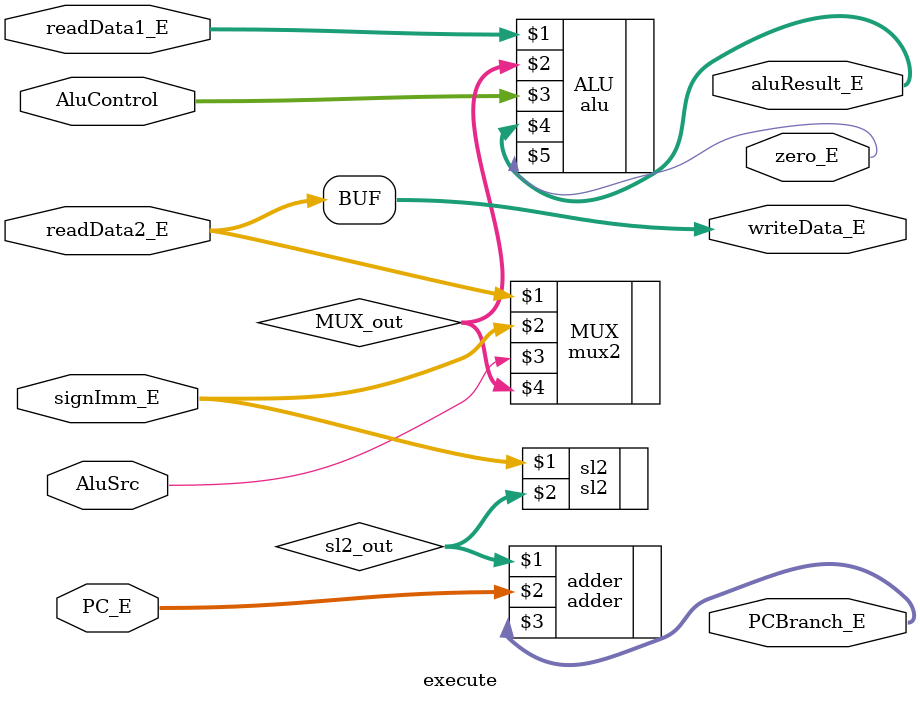
<source format=sv>
module execute #(parameter N = 64) (
		input logic AluSrc,
		input logic [3:0] AluControl,
		input logic [N-1:0] PC_E, signImm_E, readData1_E, readData2_E,
		output logic [N-1:0] PCBranch_E, aluResult_E, writeData_E,
		output logic zero_E
	);

	logic [N-1:0] MUX_out;
	logic [N-1:0] sl2_out;

	mux2 #(N) MUX(readData2_E, signImm_E, AluSrc, MUX_out);
	sl2 #(N) sl2(signImm_E, sl2_out);
	adder #(N) adder(sl2_out,PC_E, PCBranch_E);
	alu ALU(readData1_E, MUX_out, AluControl, aluResult_E, zero_E);

	assign writeData_E = readData2_E;

endmodule
</source>
